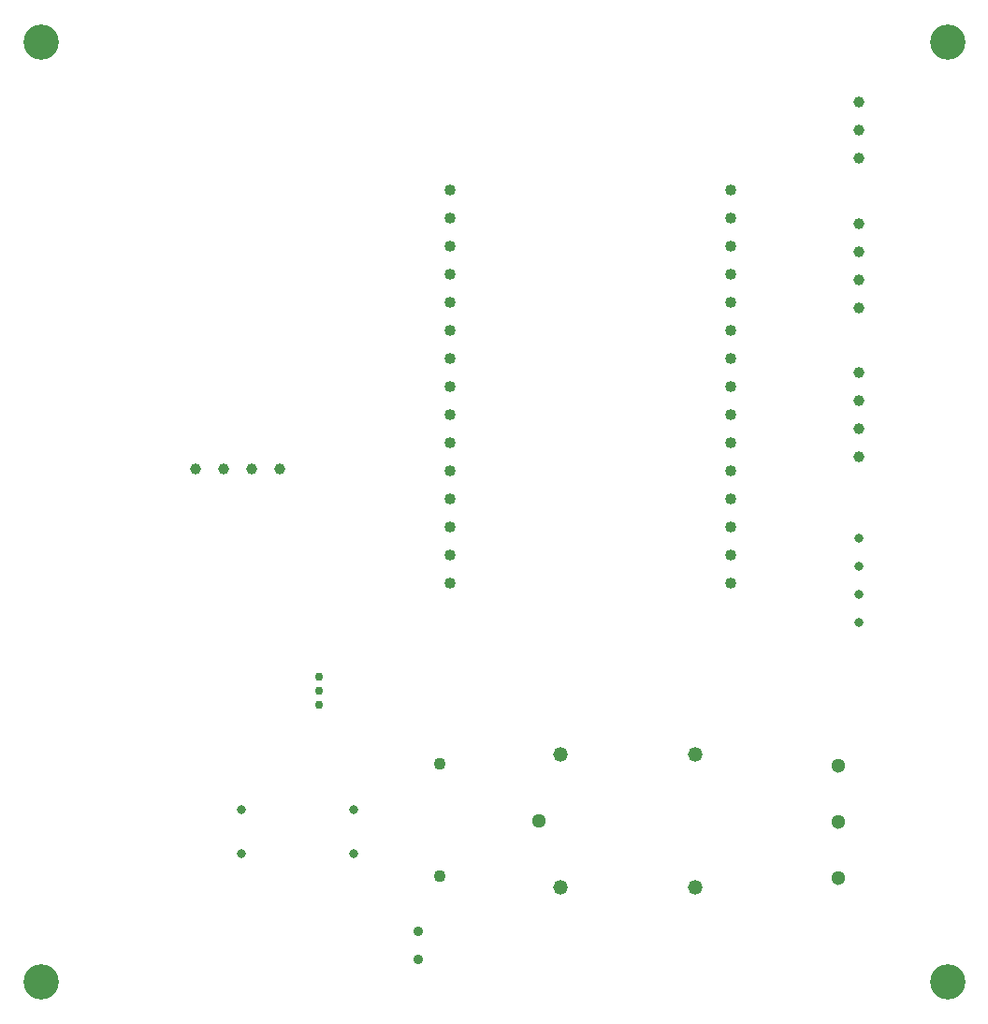
<source format=gbr>
%TF.GenerationSoftware,KiCad,Pcbnew,9.0.0*%
%TF.CreationDate,2025-04-08T16:44:31+07:00*%
%TF.ProjectId,Final_Project_PCB,46696e61-6c5f-4507-926f-6a6563745f50,rev?*%
%TF.SameCoordinates,Original*%
%TF.FileFunction,Plated,1,2,PTH,Drill*%
%TF.FilePolarity,Positive*%
%FSLAX46Y46*%
G04 Gerber Fmt 4.6, Leading zero omitted, Abs format (unit mm)*
G04 Created by KiCad (PCBNEW 9.0.0) date 2025-04-08 16:44:31*
%MOMM*%
%LPD*%
G01*
G04 APERTURE LIST*
%TA.AperFunction,ComponentDrill*%
%ADD10C,0.750000*%
%TD*%
%TA.AperFunction,ComponentDrill*%
%ADD11C,0.800000*%
%TD*%
%TA.AperFunction,ComponentDrill*%
%ADD12C,0.900000*%
%TD*%
%TA.AperFunction,ComponentDrill*%
%ADD13C,1.000000*%
%TD*%
%TA.AperFunction,ComponentDrill*%
%ADD14C,1.020000*%
%TD*%
%TA.AperFunction,ComponentDrill*%
%ADD15C,1.100000*%
%TD*%
%TA.AperFunction,ComponentDrill*%
%ADD16C,1.290000*%
%TD*%
%TA.AperFunction,ComponentDrill*%
%ADD17C,1.300000*%
%TD*%
%TA.AperFunction,ComponentDrill*%
%ADD18C,1.320000*%
%TD*%
%TA.AperFunction,ComponentDrill*%
%ADD19C,3.200000*%
%TD*%
G04 APERTURE END LIST*
D10*
%TO.C,Q1*%
X179100000Y-96420000D03*
X179100000Y-97690000D03*
X179100000Y-98960000D03*
D11*
%TO.C,R1*%
X172100000Y-108420000D03*
%TO.C,R2*%
X172100000Y-112420000D03*
%TO.C,R1*%
X182260000Y-108420000D03*
%TO.C,R2*%
X182260000Y-112420000D03*
%TO.C,U2*%
X228000000Y-83880000D03*
X228000000Y-86420000D03*
X228000000Y-88960000D03*
X228000000Y-91500000D03*
D12*
%TO.C,D2*%
X188100000Y-119420000D03*
X188100000Y-121960000D03*
D13*
%TO.C,Brd1*%
X168000000Y-77600000D03*
X170540000Y-77600000D03*
X173080000Y-77600000D03*
X175620000Y-77600000D03*
%TO.C,J4*%
X228000000Y-44420000D03*
X228000000Y-46960000D03*
X228000000Y-49500000D03*
%TO.C,J2*%
X228000000Y-55420000D03*
X228000000Y-57960000D03*
X228000000Y-60500000D03*
X228000000Y-63040000D03*
%TO.C,J3*%
X228000000Y-68880000D03*
X228000000Y-71420000D03*
X228000000Y-73960000D03*
X228000000Y-76500000D03*
D14*
%TO.C,U1*%
X191000000Y-52380000D03*
X191000000Y-54920000D03*
X191000000Y-57460000D03*
X191000000Y-60000000D03*
X191000000Y-62540000D03*
X191000000Y-65080000D03*
X191000000Y-67620000D03*
X191000000Y-70160000D03*
X191000000Y-72700000D03*
X191000000Y-75240000D03*
X191000000Y-77780000D03*
X191000000Y-80320000D03*
X191000000Y-82860000D03*
X191000000Y-85400000D03*
X191000000Y-87940000D03*
X216400000Y-52380000D03*
X216400000Y-54920000D03*
X216400000Y-57460000D03*
X216400000Y-60000000D03*
X216400000Y-62540000D03*
X216400000Y-65080000D03*
X216400000Y-67620000D03*
X216400000Y-70160000D03*
X216400000Y-72700000D03*
X216400000Y-75240000D03*
X216400000Y-77780000D03*
X216400000Y-80320000D03*
X216400000Y-82860000D03*
X216400000Y-85400000D03*
X216400000Y-87940000D03*
D15*
%TO.C,D1*%
X190100000Y-104260000D03*
X190100000Y-114420000D03*
D16*
%TO.C,K1*%
X199000000Y-109420000D03*
D17*
%TO.C,J1*%
X226100000Y-104420000D03*
X226100000Y-109500000D03*
X226100000Y-114580000D03*
D18*
%TO.C,K1*%
X201000000Y-103420000D03*
X201000000Y-115420000D03*
X213200000Y-103420000D03*
X213200000Y-115420000D03*
D19*
%TO.C,H4*%
X154000000Y-39000000D03*
%TO.C,H3*%
X154000000Y-124000000D03*
%TO.C,H1*%
X236000000Y-39000000D03*
%TO.C,H2*%
X236000000Y-124000000D03*
M02*

</source>
